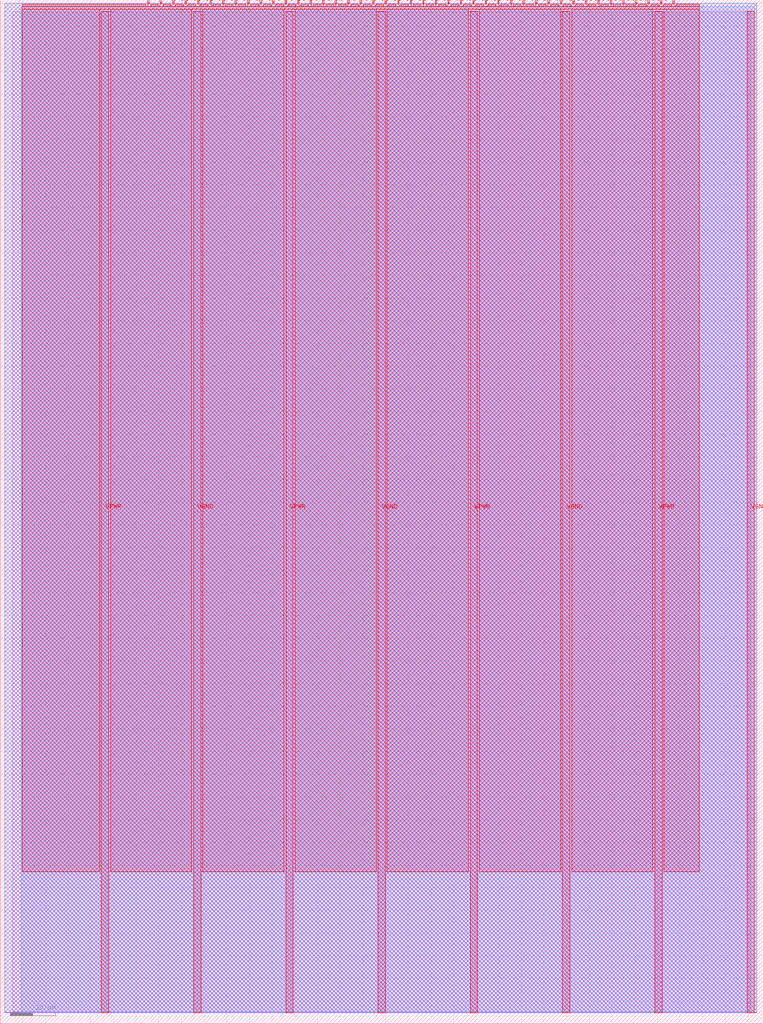
<source format=lef>
VERSION 5.7 ;
  NOWIREEXTENSIONATPIN ON ;
  DIVIDERCHAR "/" ;
  BUSBITCHARS "[]" ;
MACRO tt_um_mingkaic1_stack_machine_dup
  CLASS BLOCK ;
  FOREIGN tt_um_mingkaic1_stack_machine_dup ;
  ORIGIN 0.000 0.000 ;
  SIZE 168.360 BY 225.760 ;
  PIN VGND
    DIRECTION INOUT ;
    USE GROUND ;
    PORT
      LAYER met4 ;
        RECT 42.670 2.480 44.270 223.280 ;
    END
    PORT
      LAYER met4 ;
        RECT 83.380 2.480 84.980 223.280 ;
    END
    PORT
      LAYER met4 ;
        RECT 124.090 2.480 125.690 223.280 ;
    END
    PORT
      LAYER met4 ;
        RECT 164.800 2.480 166.400 223.280 ;
    END
  END VGND
  PIN VPWR
    DIRECTION INOUT ;
    USE POWER ;
    PORT
      LAYER met4 ;
        RECT 22.315 2.480 23.915 223.280 ;
    END
    PORT
      LAYER met4 ;
        RECT 63.025 2.480 64.625 223.280 ;
    END
    PORT
      LAYER met4 ;
        RECT 103.735 2.480 105.335 223.280 ;
    END
    PORT
      LAYER met4 ;
        RECT 144.445 2.480 146.045 223.280 ;
    END
  END VPWR
  PIN clk
    DIRECTION INPUT ;
    USE SIGNAL ;
    ANTENNAGATEAREA 0.852000 ;
    PORT
      LAYER met4 ;
        RECT 145.670 224.760 145.970 225.760 ;
    END
  END clk
  PIN ena
    DIRECTION INPUT ;
    USE SIGNAL ;
    PORT
      LAYER met4 ;
        RECT 148.430 224.760 148.730 225.760 ;
    END
  END ena
  PIN rst_n
    DIRECTION INPUT ;
    USE SIGNAL ;
    ANTENNAGATEAREA 0.196500 ;
    PORT
      LAYER met4 ;
        RECT 142.910 224.760 143.210 225.760 ;
    END
  END rst_n
  PIN ui_in[0]
    DIRECTION INPUT ;
    USE SIGNAL ;
    ANTENNAGATEAREA 0.196500 ;
    PORT
      LAYER met4 ;
        RECT 140.150 224.760 140.450 225.760 ;
    END
  END ui_in[0]
  PIN ui_in[1]
    DIRECTION INPUT ;
    USE SIGNAL ;
    ANTENNAGATEAREA 0.196500 ;
    PORT
      LAYER met4 ;
        RECT 137.390 224.760 137.690 225.760 ;
    END
  END ui_in[1]
  PIN ui_in[2]
    DIRECTION INPUT ;
    USE SIGNAL ;
    ANTENNAGATEAREA 0.196500 ;
    PORT
      LAYER met4 ;
        RECT 134.630 224.760 134.930 225.760 ;
    END
  END ui_in[2]
  PIN ui_in[3]
    DIRECTION INPUT ;
    USE SIGNAL ;
    ANTENNAGATEAREA 0.196500 ;
    PORT
      LAYER met4 ;
        RECT 131.870 224.760 132.170 225.760 ;
    END
  END ui_in[3]
  PIN ui_in[4]
    DIRECTION INPUT ;
    USE SIGNAL ;
    ANTENNAGATEAREA 0.196500 ;
    PORT
      LAYER met4 ;
        RECT 129.110 224.760 129.410 225.760 ;
    END
  END ui_in[4]
  PIN ui_in[5]
    DIRECTION INPUT ;
    USE SIGNAL ;
    ANTENNAGATEAREA 0.196500 ;
    PORT
      LAYER met4 ;
        RECT 126.350 224.760 126.650 225.760 ;
    END
  END ui_in[5]
  PIN ui_in[6]
    DIRECTION INPUT ;
    USE SIGNAL ;
    ANTENNAGATEAREA 0.196500 ;
    PORT
      LAYER met4 ;
        RECT 123.590 224.760 123.890 225.760 ;
    END
  END ui_in[6]
  PIN ui_in[7]
    DIRECTION INPUT ;
    USE SIGNAL ;
    ANTENNAGATEAREA 0.196500 ;
    PORT
      LAYER met4 ;
        RECT 120.830 224.760 121.130 225.760 ;
    END
  END ui_in[7]
  PIN uio_in[0]
    DIRECTION INPUT ;
    USE SIGNAL ;
    PORT
      LAYER met4 ;
        RECT 118.070 224.760 118.370 225.760 ;
    END
  END uio_in[0]
  PIN uio_in[1]
    DIRECTION INPUT ;
    USE SIGNAL ;
    PORT
      LAYER met4 ;
        RECT 115.310 224.760 115.610 225.760 ;
    END
  END uio_in[1]
  PIN uio_in[2]
    DIRECTION INPUT ;
    USE SIGNAL ;
    PORT
      LAYER met4 ;
        RECT 112.550 224.760 112.850 225.760 ;
    END
  END uio_in[2]
  PIN uio_in[3]
    DIRECTION INPUT ;
    USE SIGNAL ;
    PORT
      LAYER met4 ;
        RECT 109.790 224.760 110.090 225.760 ;
    END
  END uio_in[3]
  PIN uio_in[4]
    DIRECTION INPUT ;
    USE SIGNAL ;
    PORT
      LAYER met4 ;
        RECT 107.030 224.760 107.330 225.760 ;
    END
  END uio_in[4]
  PIN uio_in[5]
    DIRECTION INPUT ;
    USE SIGNAL ;
    PORT
      LAYER met4 ;
        RECT 104.270 224.760 104.570 225.760 ;
    END
  END uio_in[5]
  PIN uio_in[6]
    DIRECTION INPUT ;
    USE SIGNAL ;
    PORT
      LAYER met4 ;
        RECT 101.510 224.760 101.810 225.760 ;
    END
  END uio_in[6]
  PIN uio_in[7]
    DIRECTION INPUT ;
    USE SIGNAL ;
    PORT
      LAYER met4 ;
        RECT 98.750 224.760 99.050 225.760 ;
    END
  END uio_in[7]
  PIN uio_oe[0]
    DIRECTION OUTPUT TRISTATE ;
    USE SIGNAL ;
    PORT
      LAYER met4 ;
        RECT 51.830 224.760 52.130 225.760 ;
    END
  END uio_oe[0]
  PIN uio_oe[1]
    DIRECTION OUTPUT TRISTATE ;
    USE SIGNAL ;
    PORT
      LAYER met4 ;
        RECT 49.070 224.760 49.370 225.760 ;
    END
  END uio_oe[1]
  PIN uio_oe[2]
    DIRECTION OUTPUT TRISTATE ;
    USE SIGNAL ;
    PORT
      LAYER met4 ;
        RECT 46.310 224.760 46.610 225.760 ;
    END
  END uio_oe[2]
  PIN uio_oe[3]
    DIRECTION OUTPUT TRISTATE ;
    USE SIGNAL ;
    PORT
      LAYER met4 ;
        RECT 43.550 224.760 43.850 225.760 ;
    END
  END uio_oe[3]
  PIN uio_oe[4]
    DIRECTION OUTPUT TRISTATE ;
    USE SIGNAL ;
    PORT
      LAYER met4 ;
        RECT 40.790 224.760 41.090 225.760 ;
    END
  END uio_oe[4]
  PIN uio_oe[5]
    DIRECTION OUTPUT TRISTATE ;
    USE SIGNAL ;
    PORT
      LAYER met4 ;
        RECT 38.030 224.760 38.330 225.760 ;
    END
  END uio_oe[5]
  PIN uio_oe[6]
    DIRECTION OUTPUT TRISTATE ;
    USE SIGNAL ;
    PORT
      LAYER met4 ;
        RECT 35.270 224.760 35.570 225.760 ;
    END
  END uio_oe[6]
  PIN uio_oe[7]
    DIRECTION OUTPUT TRISTATE ;
    USE SIGNAL ;
    PORT
      LAYER met4 ;
        RECT 32.510 224.760 32.810 225.760 ;
    END
  END uio_oe[7]
  PIN uio_out[0]
    DIRECTION OUTPUT TRISTATE ;
    USE SIGNAL ;
    ANTENNADIFFAREA 0.891000 ;
    PORT
      LAYER met4 ;
        RECT 73.910 224.760 74.210 225.760 ;
    END
  END uio_out[0]
  PIN uio_out[1]
    DIRECTION OUTPUT TRISTATE ;
    USE SIGNAL ;
    ANTENNADIFFAREA 0.445500 ;
    PORT
      LAYER met4 ;
        RECT 71.150 224.760 71.450 225.760 ;
    END
  END uio_out[1]
  PIN uio_out[2]
    DIRECTION OUTPUT TRISTATE ;
    USE SIGNAL ;
    ANTENNADIFFAREA 0.891000 ;
    PORT
      LAYER met4 ;
        RECT 68.390 224.760 68.690 225.760 ;
    END
  END uio_out[2]
  PIN uio_out[3]
    DIRECTION OUTPUT TRISTATE ;
    USE SIGNAL ;
    ANTENNADIFFAREA 0.891000 ;
    PORT
      LAYER met4 ;
        RECT 65.630 224.760 65.930 225.760 ;
    END
  END uio_out[3]
  PIN uio_out[4]
    DIRECTION OUTPUT TRISTATE ;
    USE SIGNAL ;
    ANTENNADIFFAREA 0.891000 ;
    PORT
      LAYER met4 ;
        RECT 62.870 224.760 63.170 225.760 ;
    END
  END uio_out[4]
  PIN uio_out[5]
    DIRECTION OUTPUT TRISTATE ;
    USE SIGNAL ;
    ANTENNADIFFAREA 0.891000 ;
    PORT
      LAYER met4 ;
        RECT 60.110 224.760 60.410 225.760 ;
    END
  END uio_out[5]
  PIN uio_out[6]
    DIRECTION OUTPUT TRISTATE ;
    USE SIGNAL ;
    ANTENNADIFFAREA 0.891000 ;
    PORT
      LAYER met4 ;
        RECT 57.350 224.760 57.650 225.760 ;
    END
  END uio_out[6]
  PIN uio_out[7]
    DIRECTION OUTPUT TRISTATE ;
    USE SIGNAL ;
    ANTENNADIFFAREA 0.891000 ;
    PORT
      LAYER met4 ;
        RECT 54.590 224.760 54.890 225.760 ;
    END
  END uio_out[7]
  PIN uo_out[0]
    DIRECTION OUTPUT TRISTATE ;
    USE SIGNAL ;
    ANTENNADIFFAREA 0.924000 ;
    PORT
      LAYER met4 ;
        RECT 95.990 224.760 96.290 225.760 ;
    END
  END uo_out[0]
  PIN uo_out[1]
    DIRECTION OUTPUT TRISTATE ;
    USE SIGNAL ;
    ANTENNADIFFAREA 0.924000 ;
    PORT
      LAYER met4 ;
        RECT 93.230 224.760 93.530 225.760 ;
    END
  END uo_out[1]
  PIN uo_out[2]
    DIRECTION OUTPUT TRISTATE ;
    USE SIGNAL ;
    ANTENNADIFFAREA 0.462000 ;
    PORT
      LAYER met4 ;
        RECT 90.470 224.760 90.770 225.760 ;
    END
  END uo_out[2]
  PIN uo_out[3]
    DIRECTION OUTPUT TRISTATE ;
    USE SIGNAL ;
    ANTENNADIFFAREA 0.924000 ;
    PORT
      LAYER met4 ;
        RECT 87.710 224.760 88.010 225.760 ;
    END
  END uo_out[3]
  PIN uo_out[4]
    DIRECTION OUTPUT TRISTATE ;
    USE SIGNAL ;
    ANTENNADIFFAREA 0.924000 ;
    PORT
      LAYER met4 ;
        RECT 84.950 224.760 85.250 225.760 ;
    END
  END uo_out[4]
  PIN uo_out[5]
    DIRECTION OUTPUT TRISTATE ;
    USE SIGNAL ;
    ANTENNADIFFAREA 1.431000 ;
    PORT
      LAYER met4 ;
        RECT 82.190 224.760 82.490 225.760 ;
    END
  END uo_out[5]
  PIN uo_out[6]
    DIRECTION OUTPUT TRISTATE ;
    USE SIGNAL ;
    ANTENNADIFFAREA 0.462000 ;
    PORT
      LAYER met4 ;
        RECT 79.430 224.760 79.730 225.760 ;
    END
  END uo_out[6]
  PIN uo_out[7]
    DIRECTION OUTPUT TRISTATE ;
    USE SIGNAL ;
    ANTENNADIFFAREA 0.462000 ;
    PORT
      LAYER met4 ;
        RECT 76.670 224.760 76.970 225.760 ;
    END
  END uo_out[7]
  OBS
      LAYER li1 ;
        RECT 2.760 2.635 165.600 223.125 ;
      LAYER met1 ;
        RECT 0.990 2.480 166.910 225.040 ;
      LAYER met2 ;
        RECT 1.020 2.535 166.880 225.070 ;
      LAYER met3 ;
        RECT 4.665 2.555 166.390 224.225 ;
      LAYER met4 ;
        RECT 4.895 224.360 32.110 224.760 ;
        RECT 33.210 224.360 34.870 224.760 ;
        RECT 35.970 224.360 37.630 224.760 ;
        RECT 38.730 224.360 40.390 224.760 ;
        RECT 41.490 224.360 43.150 224.760 ;
        RECT 44.250 224.360 45.910 224.760 ;
        RECT 47.010 224.360 48.670 224.760 ;
        RECT 49.770 224.360 51.430 224.760 ;
        RECT 52.530 224.360 54.190 224.760 ;
        RECT 55.290 224.360 56.950 224.760 ;
        RECT 58.050 224.360 59.710 224.760 ;
        RECT 60.810 224.360 62.470 224.760 ;
        RECT 63.570 224.360 65.230 224.760 ;
        RECT 66.330 224.360 67.990 224.760 ;
        RECT 69.090 224.360 70.750 224.760 ;
        RECT 71.850 224.360 73.510 224.760 ;
        RECT 74.610 224.360 76.270 224.760 ;
        RECT 77.370 224.360 79.030 224.760 ;
        RECT 80.130 224.360 81.790 224.760 ;
        RECT 82.890 224.360 84.550 224.760 ;
        RECT 85.650 224.360 87.310 224.760 ;
        RECT 88.410 224.360 90.070 224.760 ;
        RECT 91.170 224.360 92.830 224.760 ;
        RECT 93.930 224.360 95.590 224.760 ;
        RECT 96.690 224.360 98.350 224.760 ;
        RECT 99.450 224.360 101.110 224.760 ;
        RECT 102.210 224.360 103.870 224.760 ;
        RECT 104.970 224.360 106.630 224.760 ;
        RECT 107.730 224.360 109.390 224.760 ;
        RECT 110.490 224.360 112.150 224.760 ;
        RECT 113.250 224.360 114.910 224.760 ;
        RECT 116.010 224.360 117.670 224.760 ;
        RECT 118.770 224.360 120.430 224.760 ;
        RECT 121.530 224.360 123.190 224.760 ;
        RECT 124.290 224.360 125.950 224.760 ;
        RECT 127.050 224.360 128.710 224.760 ;
        RECT 129.810 224.360 131.470 224.760 ;
        RECT 132.570 224.360 134.230 224.760 ;
        RECT 135.330 224.360 136.990 224.760 ;
        RECT 138.090 224.360 139.750 224.760 ;
        RECT 140.850 224.360 142.510 224.760 ;
        RECT 143.610 224.360 145.270 224.760 ;
        RECT 146.370 224.360 148.030 224.760 ;
        RECT 149.130 224.360 154.265 224.760 ;
        RECT 4.895 223.680 154.265 224.360 ;
        RECT 4.895 33.495 21.915 223.680 ;
        RECT 24.315 33.495 42.270 223.680 ;
        RECT 44.670 33.495 62.625 223.680 ;
        RECT 65.025 33.495 82.980 223.680 ;
        RECT 85.380 33.495 103.335 223.680 ;
        RECT 105.735 33.495 123.690 223.680 ;
        RECT 126.090 33.495 144.045 223.680 ;
        RECT 146.445 33.495 154.265 223.680 ;
  END
END tt_um_mingkaic1_stack_machine_dup
END LIBRARY


</source>
